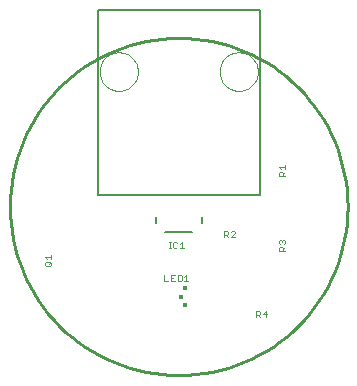
<source format=gto>
G75*
G70*
%OFA0B0*%
%FSLAX24Y24*%
%IPPOS*%
%LPD*%
%AMOC8*
5,1,8,0,0,1.08239X$1,22.5*
%
%ADD10C,0.0100*%
%ADD11C,0.0080*%
%ADD12C,0.0040*%
%ADD13R,0.0167X0.0128*%
%ADD14R,0.0138X0.0138*%
%ADD15C,0.0000*%
D10*
X000150Y005775D02*
X000157Y006051D01*
X000177Y006326D01*
X000211Y006600D01*
X000258Y006872D01*
X000319Y007142D01*
X000392Y007408D01*
X000479Y007670D01*
X000578Y007928D01*
X000690Y008180D01*
X000814Y008427D01*
X000950Y008667D01*
X001098Y008900D01*
X001257Y009126D01*
X001427Y009343D01*
X001607Y009553D01*
X001798Y009752D01*
X001997Y009943D01*
X002207Y010123D01*
X002424Y010293D01*
X002650Y010452D01*
X002883Y010600D01*
X003123Y010736D01*
X003370Y010860D01*
X003622Y010972D01*
X003880Y011071D01*
X004142Y011158D01*
X004408Y011231D01*
X004678Y011292D01*
X004950Y011339D01*
X005224Y011373D01*
X005499Y011393D01*
X005775Y011400D01*
X006051Y011393D01*
X006326Y011373D01*
X006600Y011339D01*
X006872Y011292D01*
X007142Y011231D01*
X007408Y011158D01*
X007670Y011071D01*
X007928Y010972D01*
X008180Y010860D01*
X008427Y010736D01*
X008667Y010600D01*
X008900Y010452D01*
X009126Y010293D01*
X009343Y010123D01*
X009553Y009943D01*
X009752Y009752D01*
X009943Y009553D01*
X010123Y009343D01*
X010293Y009126D01*
X010452Y008900D01*
X010600Y008667D01*
X010736Y008427D01*
X010860Y008180D01*
X010972Y007928D01*
X011071Y007670D01*
X011158Y007408D01*
X011231Y007142D01*
X011292Y006872D01*
X011339Y006600D01*
X011373Y006326D01*
X011393Y006051D01*
X011400Y005775D01*
X011393Y005499D01*
X011373Y005224D01*
X011339Y004950D01*
X011292Y004678D01*
X011231Y004408D01*
X011158Y004142D01*
X011071Y003880D01*
X010972Y003622D01*
X010860Y003370D01*
X010736Y003123D01*
X010600Y002883D01*
X010452Y002650D01*
X010293Y002424D01*
X010123Y002207D01*
X009943Y001997D01*
X009752Y001798D01*
X009553Y001607D01*
X009343Y001427D01*
X009126Y001257D01*
X008900Y001098D01*
X008667Y000950D01*
X008427Y000814D01*
X008180Y000690D01*
X007928Y000578D01*
X007670Y000479D01*
X007408Y000392D01*
X007142Y000319D01*
X006872Y000258D01*
X006600Y000211D01*
X006326Y000177D01*
X006051Y000157D01*
X005775Y000150D01*
X005499Y000157D01*
X005224Y000177D01*
X004950Y000211D01*
X004678Y000258D01*
X004408Y000319D01*
X004142Y000392D01*
X003880Y000479D01*
X003622Y000578D01*
X003370Y000690D01*
X003123Y000814D01*
X002883Y000950D01*
X002650Y001098D01*
X002424Y001257D01*
X002207Y001427D01*
X001997Y001607D01*
X001798Y001798D01*
X001607Y001997D01*
X001427Y002207D01*
X001257Y002424D01*
X001098Y002650D01*
X000950Y002883D01*
X000814Y003123D01*
X000690Y003370D01*
X000578Y003622D01*
X000479Y003880D01*
X000392Y004142D01*
X000319Y004408D01*
X000258Y004678D01*
X000211Y004950D01*
X000177Y005224D01*
X000157Y005499D01*
X000150Y005775D01*
D11*
X003075Y006175D02*
X008475Y006175D01*
X008475Y012325D01*
X003075Y012325D01*
X003075Y006175D01*
X005007Y005442D02*
X005007Y005232D01*
X005318Y004921D02*
X006232Y004921D01*
X006543Y005232D02*
X006543Y005442D01*
D12*
X001338Y003795D02*
X001305Y003828D01*
X001305Y003895D01*
X001338Y003928D01*
X001472Y003928D01*
X001505Y003895D01*
X001505Y003828D01*
X001472Y003795D01*
X001338Y003795D01*
X001438Y003862D02*
X001505Y003928D01*
X001505Y004016D02*
X001505Y004149D01*
X001505Y004083D02*
X001305Y004083D01*
X001372Y004016D01*
X005295Y003495D02*
X005295Y003295D01*
X005428Y003295D01*
X005516Y003295D02*
X005516Y003495D01*
X005649Y003495D01*
X005737Y003495D02*
X005737Y003295D01*
X005837Y003295D01*
X005870Y003328D01*
X005870Y003462D01*
X005837Y003495D01*
X005737Y003495D01*
X005583Y003395D02*
X005516Y003395D01*
X005516Y003295D02*
X005649Y003295D01*
X005958Y003295D02*
X006091Y003295D01*
X006025Y003295D02*
X006025Y003495D01*
X005958Y003428D01*
X005947Y004395D02*
X005813Y004395D01*
X005880Y004395D02*
X005880Y004595D01*
X005813Y004528D01*
X005726Y004562D02*
X005692Y004595D01*
X005626Y004595D01*
X005592Y004562D01*
X005592Y004428D01*
X005626Y004395D01*
X005692Y004395D01*
X005726Y004428D01*
X005512Y004395D02*
X005445Y004395D01*
X005478Y004395D02*
X005478Y004595D01*
X005445Y004595D02*
X005512Y004595D01*
X007295Y004745D02*
X007295Y004945D01*
X007395Y004945D01*
X007428Y004912D01*
X007428Y004845D01*
X007395Y004812D01*
X007295Y004812D01*
X007362Y004812D02*
X007428Y004745D01*
X007516Y004745D02*
X007649Y004878D01*
X007649Y004912D01*
X007616Y004945D01*
X007549Y004945D01*
X007516Y004912D01*
X007516Y004745D02*
X007649Y004745D01*
X009105Y004616D02*
X009138Y004649D01*
X009172Y004649D01*
X009205Y004616D01*
X009238Y004649D01*
X009272Y004649D01*
X009305Y004616D01*
X009305Y004549D01*
X009272Y004516D01*
X009305Y004428D02*
X009238Y004362D01*
X009238Y004395D02*
X009238Y004295D01*
X009305Y004295D02*
X009105Y004295D01*
X009105Y004395D01*
X009138Y004428D01*
X009205Y004428D01*
X009238Y004395D01*
X009138Y004516D02*
X009105Y004549D01*
X009105Y004616D01*
X009205Y004616D02*
X009205Y004583D01*
X009238Y006795D02*
X009238Y006895D01*
X009205Y006928D01*
X009138Y006928D01*
X009105Y006895D01*
X009105Y006795D01*
X009305Y006795D01*
X009238Y006862D02*
X009305Y006928D01*
X009305Y007016D02*
X009305Y007149D01*
X009305Y007083D02*
X009105Y007083D01*
X009172Y007016D01*
X008674Y002305D02*
X008574Y002205D01*
X008707Y002205D01*
X008674Y002105D02*
X008674Y002305D01*
X008486Y002272D02*
X008486Y002205D01*
X008453Y002172D01*
X008353Y002172D01*
X008420Y002172D02*
X008486Y002105D01*
X008353Y002105D02*
X008353Y002305D01*
X008453Y002305D01*
X008486Y002272D01*
D13*
X005996Y002504D03*
X005996Y003046D03*
D14*
X005844Y002775D03*
D15*
X007135Y010275D02*
X007137Y010325D01*
X007143Y010375D01*
X007153Y010424D01*
X007166Y010473D01*
X007184Y010520D01*
X007205Y010566D01*
X007229Y010609D01*
X007257Y010651D01*
X007288Y010691D01*
X007322Y010728D01*
X007359Y010762D01*
X007399Y010793D01*
X007441Y010821D01*
X007484Y010845D01*
X007530Y010866D01*
X007577Y010884D01*
X007626Y010897D01*
X007675Y010907D01*
X007725Y010913D01*
X007775Y010915D01*
X007825Y010913D01*
X007875Y010907D01*
X007924Y010897D01*
X007973Y010884D01*
X008020Y010866D01*
X008066Y010845D01*
X008109Y010821D01*
X008151Y010793D01*
X008191Y010762D01*
X008228Y010728D01*
X008262Y010691D01*
X008293Y010651D01*
X008321Y010609D01*
X008345Y010566D01*
X008366Y010520D01*
X008384Y010473D01*
X008397Y010424D01*
X008407Y010375D01*
X008413Y010325D01*
X008415Y010275D01*
X008413Y010225D01*
X008407Y010175D01*
X008397Y010126D01*
X008384Y010077D01*
X008366Y010030D01*
X008345Y009984D01*
X008321Y009941D01*
X008293Y009899D01*
X008262Y009859D01*
X008228Y009822D01*
X008191Y009788D01*
X008151Y009757D01*
X008109Y009729D01*
X008066Y009705D01*
X008020Y009684D01*
X007973Y009666D01*
X007924Y009653D01*
X007875Y009643D01*
X007825Y009637D01*
X007775Y009635D01*
X007725Y009637D01*
X007675Y009643D01*
X007626Y009653D01*
X007577Y009666D01*
X007530Y009684D01*
X007484Y009705D01*
X007441Y009729D01*
X007399Y009757D01*
X007359Y009788D01*
X007322Y009822D01*
X007288Y009859D01*
X007257Y009899D01*
X007229Y009941D01*
X007205Y009984D01*
X007184Y010030D01*
X007166Y010077D01*
X007153Y010126D01*
X007143Y010175D01*
X007137Y010225D01*
X007135Y010275D01*
X003135Y010275D02*
X003137Y010325D01*
X003143Y010375D01*
X003153Y010424D01*
X003166Y010473D01*
X003184Y010520D01*
X003205Y010566D01*
X003229Y010609D01*
X003257Y010651D01*
X003288Y010691D01*
X003322Y010728D01*
X003359Y010762D01*
X003399Y010793D01*
X003441Y010821D01*
X003484Y010845D01*
X003530Y010866D01*
X003577Y010884D01*
X003626Y010897D01*
X003675Y010907D01*
X003725Y010913D01*
X003775Y010915D01*
X003825Y010913D01*
X003875Y010907D01*
X003924Y010897D01*
X003973Y010884D01*
X004020Y010866D01*
X004066Y010845D01*
X004109Y010821D01*
X004151Y010793D01*
X004191Y010762D01*
X004228Y010728D01*
X004262Y010691D01*
X004293Y010651D01*
X004321Y010609D01*
X004345Y010566D01*
X004366Y010520D01*
X004384Y010473D01*
X004397Y010424D01*
X004407Y010375D01*
X004413Y010325D01*
X004415Y010275D01*
X004413Y010225D01*
X004407Y010175D01*
X004397Y010126D01*
X004384Y010077D01*
X004366Y010030D01*
X004345Y009984D01*
X004321Y009941D01*
X004293Y009899D01*
X004262Y009859D01*
X004228Y009822D01*
X004191Y009788D01*
X004151Y009757D01*
X004109Y009729D01*
X004066Y009705D01*
X004020Y009684D01*
X003973Y009666D01*
X003924Y009653D01*
X003875Y009643D01*
X003825Y009637D01*
X003775Y009635D01*
X003725Y009637D01*
X003675Y009643D01*
X003626Y009653D01*
X003577Y009666D01*
X003530Y009684D01*
X003484Y009705D01*
X003441Y009729D01*
X003399Y009757D01*
X003359Y009788D01*
X003322Y009822D01*
X003288Y009859D01*
X003257Y009899D01*
X003229Y009941D01*
X003205Y009984D01*
X003184Y010030D01*
X003166Y010077D01*
X003153Y010126D01*
X003143Y010175D01*
X003137Y010225D01*
X003135Y010275D01*
M02*

</source>
